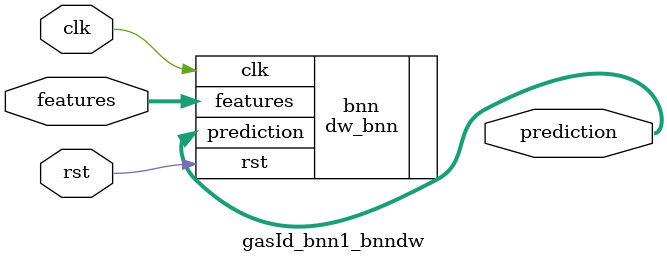
<source format=v>















module gasId_bnn1_bnndw #(

parameter FEAT_CNT = 128,
parameter HIDDEN_CNT = 40,
parameter FEAT_BITS = 4,
parameter CLASS_CNT = 6,
parameter TEST_CNT = 1000


  ) (
  input clk,
  input rst,
  input [FEAT_CNT*FEAT_BITS-1:0] features,
  output [$clog2(CLASS_CNT)-1:0] prediction
  );

  localparam Weights0 = 5120'b01111111110011111101000001110011011111101111111111000000001000000110100000111101000110100111101000001110100011101110001000010100010110010011101011011101010111111011100011001000000111111110010001011100101111000100111110101100001100111011010111000000010000100001111111011111001110001011000001101110111111111011111111111111000111000101001111110010000010101010101011011000001111111001110100111000001100111101011110011011101010011010011100101111100010100100001011100010000100111101001011011010101000000111000100010001011001100010000100000000110000010000010000010110111111011111110100000000110000111111000011110011100101101100001101011111101001011001100010011100010111111001101011110100111110000110101011000010100111100101111010011111011011001001101010010100110000000110000010010010000000001010000101000011001100110110001101000000100110111010011010000000111100000011001010100001111010100101111111111110001000010100010101100101010000011100000110000001111100000111000110100001000000110000000111110011010001011100110100011111101001101101101001101101110110001101110100101111110001001111111111111101001100111111101100001010110110101111000010111001100111110101111110100000101000011100011100000111010000100100010001100000001000000110001000000110000101011010010111101111101011111001000001100010011000001110000000011111010111010010000001100001101111110101111100011111001100111110111101001100001100011011000110011101110111110110000100100001000000010110001011000010001000011100000011110100011000011000000000010011111000111000011110010101110110111001001010011111110111110000100001011000100110110000111100011111101111110111111100111110001000101010101011111011110010101111111111011111100111000111110000111100100111001101100000100000001011111111111111010100110010101110110001101110000110001011010010001100110111110110000101100000111010100010101001110001000000001010111011001111110111100100001001010110000101100110100001010000101011110011111100111110000111111111001000011000110110001101111011111011100000010111100000011010011010001100101100101010101111111010000000111110000111011010111110011101100110000010100101101001101111111101110111011111110100011100110111001111100100001000000101110011100011011011010010000101000110101010101010111111000001101011111010111011100000010111101001101010110111100100001011110101011110011001001000100000001001100010011001101111000101101000010001000010001000101010100110001011111101111011011100001111011001100000100011000001001110100101101001011110001111100111111011101010111000100000000000111110111111101100100101001001100111101000111100100000101100101100101011011111011100000001110011001011011110111110010001000000000011100110100100111011011110000111111110100111101100010010001000000011000001100110001011001100000111101110011011000000111000100001001111001011111101111101010000101110110101100010100011011100110001010000000001101111111011111101000001000000101010101110001000010111001000011000011111110101001101010100010101001000000000011100000011000001000000100010001110011101110101000010000001000000001000010110001011000110110101001010111011001111111110100111010000000001111000001100010101000000111001010010010110100111011111111001010010100111100000100011011101110000001000000101111111011111110101000010010001001101000011011000010100100000101111111101111111100011010101110000110001011101100100011110000111111101101011010010000000000100101011001100111101100000111000001100101111001110101000101010001001000100010101111011000000010000101011000010100110100111010101111100000000000010000101010010111111100010001000101111101111001100111100110100010000101011101001100100110000100000101000010011000101000011111000101001111110000001100001000010001010011010110001011101010010110111100011110000011011100000110001000001011101100111101000001110000001010111110101110110000100111111110000010010000101110000101100100100111010001110011111010000010101011111011111010001110111011111010011110101110110010111001100000111110110101100101010000001111101001111000111110011001100010011110100000010101101000011100000111010111111001111000000000010000001111101110010011101000011110010010011101101111110010000110000001000001111100110001000011100000110001101001101111010000010100000110000110100011100110110011100111100110110000111010111111001110011111100011011010001100011011100110000100000110101111111111111011001001001011101010010101010100000010010101000101010001101001111011000011010010110000111001000010100111100100111000100000011010011100011010001000011000101110111011101010111011101010111011000010001100101011011111111010001110100011000111000001011111111111111000111100011001011111100010011010011000011110100110111110011111110000110001111111111110100010111011001110101111110100001111100001011001010011011110110111001110100111111101011110110001110000000110010110110110110100000111000001010011000001111001000011000010111000101000011111110001011100000000011110001111101010111110000011011100011111000010111111001111100001110011110110000000001000000010011010111101110011010101010000111111111111111000000000010011011010101101000001111111110011011111000010110000111011111000111110000011001101011000011111001111001010001111000000101111100111011 ;
  localparam Weights1 = 240'b001101100010110011101111111110000101100100111011101110001100100011010110111110010011010000101000111011101111100011011101110101110110000001111111010010111010101110110110000010000111110101011111100011100111010010101100110110001100101001011011 ;
  localparam Widths = 320'h09090909090909090a0909090a080a09090809090908080909090a0808090909080809080a080909 ;

  dw_bnn #(.FEAT_CNT(FEAT_CNT),.FEAT_BITS(FEAT_BITS),.HIDDEN_CNT(HIDDEN_CNT),.CLASS_CNT(CLASS_CNT),.Weights0(Weights0),.Weights1(Weights1),
    .WIDTHS(Widths)) bnn (
    .clk(clk),
    .rst(rst),
    .features(features),
    .prediction(prediction)
  );

endmodule

</source>
